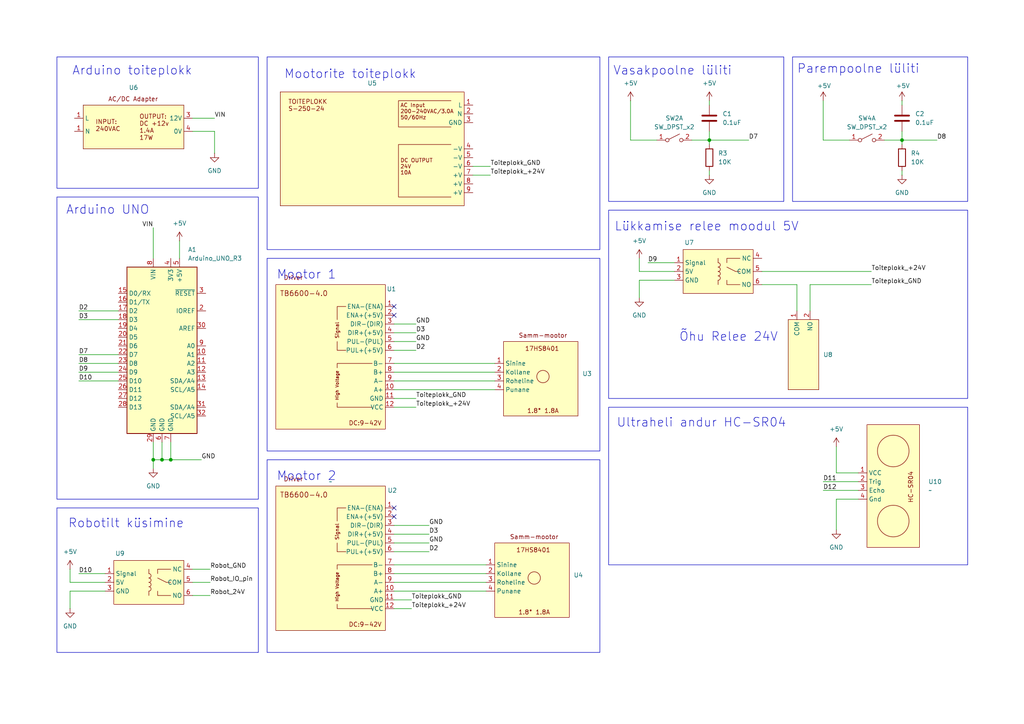
<source format=kicad_sch>
(kicad_sch (version 20250114) (generator "eeschema") (generator_version "9.0")
  (paper "A4")
  (title_block (title "Etteande skeem") (date "2025-08-11") (rev "1.1") (company "Tauno Erik") (comment 1 "TSENTER"))
  (lib_symbols
    (symbol "Device:C" (pin_numbers (hide yes)) (pin_names (offset 0.254))
      (property "Reference" "C" (at 0.635 2.54 0))
      (property "Value" "C" (at 0.635 -2.54 0))
      (symbol "C_0_1"
        (polyline (pts (xy -2.032 0.762) (xy 2.032 0.762)) (stroke (width 0.508)))
        (polyline (pts (xy -2.032 -0.762) (xy 2.032 -0.762)) (stroke (width 0.508)))
      )
      (symbol "C_1_1"
        (pin passive line (at 0 3.81 270) (length 2.794) (name "~") (number "1"))
        (pin passive line (at 0 -3.81 90) (length 2.794) (name "~") (number "2"))
      )
    )
    (symbol "Device:R" (pin_numbers (hide yes)) (pin_names (offset 0))
      (property "Reference" "R" (at 2.032 0 90))
      (property "Value" "R" (at 0 0 90))
      (symbol "R_0_1"
        (rectangle (start -1.016 -2.54) (end 1.016 2.54) (stroke (width 0.254)))
      )
      (symbol "R_1_1"
        (pin passive line (at 0 3.81 270) (length 1.27) (name "~") (number "1"))
        (pin passive line (at 0 -3.81 90) (length 1.27) (name "~") (number "2"))
      )
    )
    (symbol "Driver_TB6600_1"
      (property "Reference" "U" (at 2.286 3.302 0))
      (symbol "Driver_TB6600_1_0_1"
        (polyline (pts (xy -13.97 -6.35) (xy -13.97 -2.54) (xy -11.43 -2.54)))
        (polyline (pts (xy -13.97 -12.7) (xy -13.97 -15.24) (xy -11.43 -15.24)))
        (polyline (pts (xy -13.97 -20.32) (xy -13.97 -19.05) (xy -3.81 -19.05)))
        (polyline (pts (xy -13.97 -30.48) (xy -13.97 -31.75) (xy -3.81 -31.75)))
      )
      (symbol "Driver_TB6600_1_1_1"
        (rectangle (start -31.75 3.81) (end 0 -38.1) (fill (type background)))
        (text "Driver" (at -26.67 5.842 0) (effects (font (size 1.27 1.27))))
        (text "TB6600-4.0" (at -23.622 1.27 0) (effects (font (size 1.5 1.5))))
        (text "Signal" (at -13.97 -9.398 900) (effects (font (size 1.016 1.016))))
        (text "High Voltage" (at -13.97 -25.4 900) (effects (font (size 0.889 0.889))))
        (text "DC:9-42V" (at -5.842 -36.322 0) (effects (font (size 1.27 1.27))))
        (pin input line (at 2.54 -2.54 180) (length 2.54) (name "ENA-(ENA)") (number "1"))
        (pin input line (at 2.54 -5.08 180) (length 2.54) (name "ENA+(+5V)") (number "2"))
        (pin input line (at 2.54 -7.62 180) (length 2.54) (name "DIR-(DIR)") (number "3"))
        (pin input line (at 2.54 -10.16 180) (length 2.54) (name "DIR+(+5V)") (number "4"))
        (pin input line (at 2.54 -12.7 180) (length 2.54) (name "PUL-(PUL)") (number "5"))
        (pin input line (at 2.54 -15.24 180) (length 2.54) (name "PUL+(+5V)") (number "6"))
        (pin input line (at 2.54 -19.05 180) (length 2.54) (name "B-") (number "7"))
        (pin input line (at 2.54 -21.59 180) (length 2.54) (name "B+") (number "8"))
        (pin input line (at 2.54 -24.13 180) (length 2.54) (name "A-") (number "9"))
        (pin input line (at 2.54 -26.67 180) (length 2.54) (name "A+") (number "10"))
        (pin power_in line (at 2.54 -29.21 180) (length 2.54) (name "GND") (number "11"))
        (pin power_in line (at 2.54 -31.75 180) (length 2.54) (name "VCC") (number "12"))
      )
    )
    (symbol "MCU_Module:Arduino_UNO_R3"
      (property "Reference" "A" (at -10.16 23.495 0))
      (property "Value" "Arduino_UNO_R3" (at 5.08 -26.67 0))
      (symbol "Arduino_UNO_R3_0_1"
        (rectangle (start -10.16 22.86) (end 10.16 -25.4) (stroke (width 0.254)) (fill (type background)))
      )
      (symbol "Arduino_UNO_R3_1_1"
        (pin bidirectional line (at -12.7 15.24 0) (length 2.54) (name "D0/RX") (number "15"))
        (pin bidirectional line (at -12.7 12.7 0) (length 2.54) (name "D1/TX") (number "16"))
        (pin bidirectional line (at -12.7 10.16 0) (length 2.54) (name "D2") (number "17"))
        (pin bidirectional line (at -12.7 7.62 0) (length 2.54) (name "D3") (number "18"))
        (pin bidirectional line (at -12.7 5.08 0) (length 2.54) (name "D4") (number "19"))
        (pin bidirectional line (at -12.7 2.54 0) (length 2.54) (name "D5") (number "20"))
        (pin bidirectional line (at -12.7 0 0) (length 2.54) (name "D6") (number "21"))
        (pin bidirectional line (at -12.7 -2.54 0) (length 2.54) (name "D7") (number "22"))
        (pin bidirectional line (at -12.7 -5.08 0) (length 2.54) (name "D8") (number "23"))
        (pin bidirectional line (at -12.7 -7.62 0) (length 2.54) (name "D9") (number "24"))
        (pin bidirectional line (at -12.7 -10.16 0) (length 2.54) (name "D10") (number "25"))
        (pin bidirectional line (at -12.7 -12.7 0) (length 2.54) (name "D11") (number "26"))
        (pin bidirectional line (at -12.7 -15.24 0) (length 2.54) (name "D12") (number "27"))
        (pin bidirectional line (at -12.7 -17.78 0) (length 2.54) (name "D13") (number "28"))
        (pin no_connect line (at -10.16 -20.32 0) (length 2.54) (hide yes) (name "NC") (number "1"))
        (pin power_in line (at -2.54 25.4 270) (length 2.54) (name "VIN") (number "8"))
        (pin power_in line (at -2.54 -27.94 90) (length 2.54) (name "GND") (number "29"))
        (pin power_in line (at 0 -27.94 90) (length 2.54) (name "GND") (number "6"))
        (pin power_out line (at 2.54 25.4 270) (length 2.54) (name "3V3") (number "4"))
        (pin power_in line (at 2.54 -27.94 90) (length 2.54) (name "GND") (number "7"))
        (pin power_out line (at 5.08 25.4 270) (length 2.54) (name "+5V") (number "5"))
        (pin input line (at 12.7 15.24 180) (length 2.54) (name "~{RESET}") (number "3"))
        (pin output line (at 12.7 10.16 180) (length 2.54) (name "IOREF") (number "2"))
        (pin input line (at 12.7 5.08 180) (length 2.54) (name "AREF") (number "30"))
        (pin bidirectional line (at 12.7 0 180) (length 2.54) (name "A0") (number "9"))
        (pin bidirectional line (at 12.7 -2.54 180) (length 2.54) (name "A1") (number "10"))
        (pin bidirectional line (at 12.7 -5.08 180) (length 2.54) (name "A2") (number "11"))
        (pin bidirectional line (at 12.7 -7.62 180) (length 2.54) (name "A3") (number "12"))
        (pin bidirectional line (at 12.7 -10.16 180) (length 2.54) (name "SDA/A4") (number "13"))
        (pin bidirectional line (at 12.7 -12.7 180) (length 2.54) (name "SCL/A5") (number "14"))
        (pin bidirectional line (at 12.7 -17.78 180) (length 2.54) (name "SDA/A4") (number "31"))
        (pin bidirectional line (at 12.7 -20.32 180) (length 2.54) (name "SCL/A5") (number "32"))
      )
    )
    (symbol "Relee_Moodul_1"
      (property "Reference" "U" (at -9.398 7.112 0))
      (symbol "Relee_Moodul_1_0_1"
        (arc (start 0 2.54) (mid 0.6323 1.905) (end 0 1.27))
        (arc (start 0 1.27) (mid 0.6323 0.635) (end 0 0))
        (arc (start 0 0) (mid 0.6323 -0.635) (end 0 -1.27))
        (arc (start 0 -1.27) (mid 0.6323 -1.905) (end 0 -2.54))
        (polyline (pts (xy 0 2.54) (xy 0 3.81)))
        (polyline (pts (xy 0 -2.54) (xy 0 -3.81)))
        (polyline (pts (xy 6.35 3.81) (xy 2.54 3.81) (xy 2.54 2.54)))
        (polyline (pts (xy 6.35 0) (xy 5.08 0) (xy 2.54 1.27)))
        (polyline (pts (xy 6.35 -3.81) (xy 2.54 -3.81) (xy 2.54 -2.54)))
      )
      (symbol "Relee_Moodul_1_1_1"
        (rectangle (start -10.16 6.35) (end 10.16 -6.35) (fill (type background)))
        (pin input line (at -12.7 2.54 0) (length 2.54) (name "Signal") (number "1"))
        (pin power_in line (at -12.7 0 0) (length 2.54) (name "5V") (number "2"))
        (pin power_in line (at -12.7 -2.54 0) (length 2.54) (name "GND") (number "3"))
        (pin power_in line (at 12.7 3.81 180) (length 2.54) (name "NC") (number "4"))
        (pin power_in line (at 12.7 0 180) (length 2.54) (name "COM") (number "5"))
        (pin power_in line (at 12.7 -3.81 180) (length 2.54) (name "NO") (number "6"))
      )
    )
    (symbol "Sammu-mootor_1"
      (property "Reference" "U" (at 0 0 0))
      (symbol "Sammu-mootor_1_0_1"
        (circle (center 13.97 -7.62) (radius 1.7961))
      )
      (symbol "Sammu-mootor_1_1_1"
        (rectangle (start 2.54 2.54) (end 24.13 -19.05) (fill (type background)))
        (text "17HS8401" (at 13.716 0.508 0) (effects (font (size 1.27 1.27))))
        (text "Samm-mootor" (at 13.97 4.318 0) (effects (font (size 1.27 1.27))))
        (text "1.8° 1.8A" (at 13.97 -17.526 0) (effects (font (size 1.27 1.27))))
        (pin input line (at 0 -3.81 0) (length 2.54) (name "Sinine") (number "1"))
        (pin input line (at 0 -6.35 0) (length 2.54) (name "Kollane") (number "2"))
        (pin input line (at 0 -8.89 0) (length 2.54) (name "Roheline") (number "3"))
        (pin input line (at 0 -11.43 0) (length 2.54) (name "Punane") (number "4"))
      )
    )
    (symbol "Switch:SW_DPST_x2" (pin_names (offset 0) (hide yes))
      (property "Reference" "SW" (at 0 3.175 0))
      (property "Value" "SW_DPST_x2" (at 0 -2.54 0))
      (symbol "SW_DPST_x2_0_0"
        (circle (center -2.032 0) (radius 0.508))
        (polyline (pts (xy -1.524 0.254) (xy 1.524 1.778)))
        (circle (center 2.032 0) (radius 0.508))
      )
      (symbol "SW_DPST_x2_1_1"
        (pin passive line (at -5.08 0 0) (length 2.54) (name "A") (number "1"))
        (pin passive line (at 5.08 0 180) (length 2.54) (name "B") (number "2"))
      )
      (symbol "SW_DPST_x2_2_1"
        (pin passive line (at -5.08 0 0) (length 2.54) (name "A") (number "3"))
        (pin passive line (at 5.08 0 180) (length 2.54) (name "B") (number "4"))
      )
    )
    (symbol "Tauno_Library:Driver_TB6600"
      (property "Reference" "U" (at 2.286 3.302 0))
      (symbol "Driver_TB6600_0_1"
        (polyline (pts (xy -13.97 -6.35) (xy -13.97 -2.54) (xy -11.43 -2.54)))
        (polyline (pts (xy -13.97 -12.7) (xy -13.97 -15.24) (xy -11.43 -15.24)))
        (polyline (pts (xy -13.97 -20.32) (xy -13.97 -19.05) (xy -3.81 -19.05)))
        (polyline (pts (xy -13.97 -30.48) (xy -13.97 -31.75) (xy -3.81 -31.75)))
      )
      (symbol "Driver_TB6600_1_1"
        (rectangle (start -31.75 3.81) (end 0 -38.1) (fill (type background)))
        (text "Driver" (at -26.67 5.842 0) (effects (font (size 1.27 1.27))))
        (text "TB6600-4.0" (at -23.622 1.27 0) (effects (font (size 1.5 1.5))))
        (text "Signal" (at -13.97 -9.398 900) (effects (font (size 1.016 1.016))))
        (text "High Voltage" (at -13.97 -25.4 900) (effects (font (size 0.889 0.889))))
        (text "DC:9-42V" (at -5.842 -36.322 0) (effects (font (size 1.27 1.27))))
        (pin input line (at 2.54 -2.54 180) (length 2.54) (name "ENA-(ENA)") (number "1"))
        (pin input line (at 2.54 -5.08 180) (length 2.54) (name "ENA+(+5V)") (number "2"))
        (pin input line (at 2.54 -7.62 180) (length 2.54) (name "DIR-(DIR)") (number "3"))
        (pin input line (at 2.54 -10.16 180) (length 2.54) (name "DIR+(+5V)") (number "4"))
        (pin input line (at 2.54 -12.7 180) (length 2.54) (name "PUL-(PUL)") (number "5"))
        (pin input line (at 2.54 -15.24 180) (length 2.54) (name "PUL+(+5V)") (number "6"))
        (pin input line (at 2.54 -19.05 180) (length 2.54) (name "B-") (number "7"))
        (pin input line (at 2.54 -21.59 180) (length 2.54) (name "B+") (number "8"))
        (pin input line (at 2.54 -24.13 180) (length 2.54) (name "A-") (number "9"))
        (pin input line (at 2.54 -26.67 180) (length 2.54) (name "A+") (number "10"))
        (pin power_in line (at 2.54 -29.21 180) (length 2.54) (name "GND") (number "11"))
        (pin power_in line (at 2.54 -31.75 180) (length 2.54) (name "VCC") (number "12"))
      )
    )
    (symbol "Tauno_Library:HC-SR04"
      (property "Reference" "U" (at -8.382 3.81 0))
      (symbol "HC-SR04_1_1"
        (rectangle (start 0 8.89) (end 15.24 -26.67) (fill (type background)))
        (circle (center 7.62 1.27) (radius 4.5791))
        (circle (center 7.62 -19.05) (radius 4.5791))
        (text "HC-SR04" (at 12.7 -9.144 900) (effects (font (size 1.27 1.27))))
        (pin power_in line (at -2.54 -5.08 0) (length 2.54) (name "VCC") (number "1"))
        (pin input line (at -2.54 -7.62 0) (length 2.54) (name "Trig") (number "2"))
        (pin output line (at -2.54 -10.16 0) (length 2.54) (name "Echo") (number "3"))
        (pin power_in line (at -2.54 -12.7 0) (length 2.54) (name "Gnd") (number "4"))
      )
    )
    (symbol "Tauno_Library:Relee_Moodul"
      (property "Reference" "U" (at -9.398 7.112 0))
      (symbol "Relee_Moodul_0_1"
        (arc (start 0 2.54) (mid 0.6323 1.905) (end 0 1.27))
        (arc (start 0 1.27) (mid 0.6323 0.635) (end 0 0))
        (arc (start 0 0) (mid 0.6323 -0.635) (end 0 -1.27))
        (arc (start 0 -1.27) (mid 0.6323 -1.905) (end 0 -2.54))
        (polyline (pts (xy 0 2.54) (xy 0 3.81)))
        (polyline (pts (xy 0 -2.54) (xy 0 -3.81)))
        (polyline (pts (xy 6.35 3.81) (xy 2.54 3.81) (xy 2.54 2.54)))
        (polyline (pts (xy 6.35 0) (xy 5.08 0) (xy 2.54 1.27)))
        (polyline (pts (xy 6.35 -3.81) (xy 2.54 -3.81) (xy 2.54 -2.54)))
      )
      (symbol "Relee_Moodul_1_1"
        (rectangle (start -10.16 6.35) (end 10.16 -6.35) (fill (type background)))
        (pin input line (at -12.7 2.54 0) (length 2.54) (name "Signal") (number "1"))
        (pin power_in line (at -12.7 0 0) (length 2.54) (name "5V") (number "2"))
        (pin power_in line (at -12.7 -2.54 0) (length 2.54) (name "GND") (number "3"))
        (pin power_in line (at 12.7 3.81 180) (length 2.54) (name "NC") (number "4"))
        (pin power_in line (at 12.7 0 180) (length 2.54) (name "COM") (number "5"))
        (pin power_in line (at 12.7 -3.81 180) (length 2.54) (name "NO") (number "6"))
      )
    )
    (symbol "Tauno_Library:Relee_Õhu"
      (property "Reference" "U" (at 0 0 0))
      (symbol "Relee_Õhu_1_1"
        (rectangle (start -20.32 0) (end 0 -8.89) (fill (type background)))
        (pin power_in line (at 2.54 -2.54 180) (length 2.54) (name "COM") (number "1"))
        (pin power_in line (at 2.54 -6.35 180) (length 2.54) (name "NO") (number "2"))
      )
    )
    (symbol "Tauno_Library:Sammu-mootor"
      (property "Reference" "U" (at 0 0 0))
      (symbol "Sammu-mootor_0_1"
        (circle (center 13.97 -7.62) (radius 1.7961))
      )
      (symbol "Sammu-mootor_1_1"
        (rectangle (start 2.54 2.54) (end 24.13 -19.05) (fill (type background)))
        (text "17HS8401" (at 13.716 0.508 0) (effects (font (size 1.27 1.27))))
        (text "Samm-mootor" (at 13.97 4.318 0) (effects (font (size 1.27 1.27))))
        (text "1.8° 1.8A" (at 13.97 -17.526 0) (effects (font (size 1.27 1.27))))
        (pin input line (at 0 -3.81 0) (length 2.54) (name "Sinine") (number "1"))
        (pin input line (at 0 -6.35 0) (length 2.54) (name "Kollane") (number "2"))
        (pin input line (at 0 -8.89 0) (length 2.54) (name "Roheline") (number "3"))
        (pin input line (at 0 -11.43 0) (length 2.54) (name "Punane") (number "4"))
      )
    )
    (symbol "Tauno_Library:Toiteplokk"
      (property "Reference" "U" (at -3.048 1.27 0))
      (symbol "Toiteplokk_0_1"
        (polyline (pts (xy -3.81 -2.54) (xy -19.05 -2.54) (xy -19.05 -10.16) (xy -3.81 -10.16)))
        (polyline (pts (xy -3.81 -15.24) (xy -19.05 -15.24) (xy -19.05 -30.48) (xy -3.81 -30.48)))
      )
      (symbol "Toiteplokk_1_1"
        (rectangle (start -53.34 0) (end 0 -33.02) (fill (type background)))
        (text "TOITEPLOKK\nS-250-24" (at -51.054 -3.81 0) (effects (font (size 1.27 1.27)) (justify left)))
        (text "AC Input\n200-240VAC/3.0A\n50/60Hz" (at -18.542 -5.588 0) (effects (font (size 1.1 1.1)) (justify left)))
        (text "DC OUTPUT\n24V\n10A" (at -18.542 -21.59 0) (effects (font (size 1.1 1.1)) (justify left)))
        (pin power_in line (at 2.54 -3.81 180) (length 2.54) (name "L") (number "1"))
        (pin power_in line (at 2.54 -6.35 180) (length 2.54) (name "N") (number "2"))
        (pin power_in line (at 2.54 -8.89 180) (length 2.54) (name "GND") (number "3"))
        (pin power_out line (at 2.54 -16.51 180) (length 2.54) (name "-V") (number "4"))
        (pin power_out line (at 2.54 -19.05 180) (length 2.54) (name "-V") (number "5"))
        (pin power_out line (at 2.54 -21.59 180) (length 2.54) (name "-V") (number "6"))
        (pin power_out line (at 2.54 -24.13 180) (length 2.54) (name "+V") (number "7"))
        (pin power_out line (at 2.54 -26.67 180) (length 2.54) (name "+V") (number "8"))
        (pin power_out line (at 2.54 -29.21 180) (length 2.54) (name "+V") (number "9"))
      )
    )
    (symbol "Tauno_Library:Toiteplokk_12v"
      (property "Reference" "U" (at 16.51 0.254 0))
      (symbol "Toiteplokk_12v_1_1"
        (rectangle (start -10.16 -1.27) (end 19.05 -13.97) (fill (type background)))
        (text "INPUT:\n240VAC" (at -6.604 -7.112 0) (effects (font (size 1.27 1.27)) (justify left)))
        (text "AC/DC Adapter" (at 4.318 0.508 0) (effects (font (size 1.27 1.27))))
        (text "OUTPUT:\nDC +12v\n1.4A\n17W" (at 6.096 -7.62 0) (effects (font (size 1.27 1.27)) (justify left)))
        (pin power_in line (at -12.7 -5.08 0) (length 2.54) (name "L") (number "1"))
        (pin power_in line (at -12.7 -8.89 0) (length 2.54) (name "N") (number "1"))
        (pin output line (at 21.59 -5.08 180) (length 2.54) (name "12V") (number "3"))
        (pin output line (at 21.59 -8.89 180) (length 2.54) (name "0V") (number "4"))
      )
    )
    (symbol "power:+5V" (power) (pin_numbers (hide yes)) (pin_names (offset 0) (hide yes))
      (property "Value" "+5V" (at 0 3.556 0))
      (symbol "+5V_0_1"
        (polyline (pts (xy -0.762 1.27) (xy 0 2.54)))
        (polyline (pts (xy 0 2.54) (xy 0.762 1.27)))
        (polyline (pts (xy 0 0) (xy 0 2.54)))
      )
      (symbol "+5V_1_1"
        (pin power_in line (at 0 0 90) (length 0) (name "~") (number "1"))
      )
    )
    (symbol "power:GND" (power) (pin_numbers (hide yes)) (pin_names (offset 0) (hide yes))
      (property "Value" "GND" (at 0 -3.81 0))
      (symbol "GND_0_1"
        (polyline (pts (xy 0 0) (xy 0 -1.27) (xy 1.27 -1.27) (xy 0 -2.54) (xy -1.27 -1.27) (xy 0 -1.27)))
      )
      (symbol "GND_1_1"
        (pin power_in line (at 0 0 270) (length 0) (name "~") (number "1"))
      )
    )
  )
  (rectangle (start 229.87 16.51) (end 280.67 58.42))
  (rectangle (start 176.53 118.11) (end 280.67 163.83))
  (rectangle (start 77.47 74.93) (end 173.99 130.81))
  (rectangle (start 16.51 16.51) (end 74.93 54.61))
  (rectangle (start 16.51 57.15) (end 74.93 144.78))
  (rectangle (start 176.53 16.51) (end 227.33 58.42))
  (rectangle (start 176.53 60.96) (end 280.67 115.57))
  (rectangle (start 16.51 147.32) (end 74.93 189.23))
  (rectangle (start 77.47 133.35) (end 173.99 189.23))
  (rectangle (start 77.47 16.51) (end 173.99 72.39))
  (text "Õhu Relee 24V" (at 211.328 97.79 0) (effects (font (size 2.54 2.54))))
  (text "Parempoolne lüliti" (at 231.14 20.066 0) (effects (font (size 2.54 2.54)) (justify left)))
  (text "Lükkamise relee moodul 5V" (at 204.978 65.786 0) (effects (font (size 2.54 2.54))))
  (text "Mootorite toiteplokk" (at 101.6 21.59 0) (effects (font (size 2.54 2.54))))
  (text "Arduino toiteplokk" (at 38.354 20.574 0) (effects (font (size 2.54 2.54))))
  (text "Arduino UNO" (at 31.242 60.96 0) (effects (font (size 2.54 2.54))))
  (text "Mootor 1" (at 88.9 79.756 0) (effects (font (size 2.54 2.54))))
  (text "Vasakpoolne lüliti" (at 177.8 20.574 0) (effects (font (size 2.54 2.54)) (justify left)))
  (text "Ultraheli andur HC-SR04" (at 203.454 122.682 0) (effects (font (size 2.54 2.54))))
  (text "Robotilt küsimine" (at 36.576 151.892 0) (effects (font (size 2.54 2.54))))
  (text "Mootor 2" (at 88.9 138.176 0) (effects (font (size 2.54 2.54))))
  (junction (at 261.62 40.64))
  (junction (at 46.99 133.35))
  (junction (at 205.74 40.64))
  (junction (at 44.45 133.35))
  (junction (at 49.53 133.35))
  (no_connect (at 114.3 88.9))
  (no_connect (at 114.3 91.44))
  (no_connect (at 114.3 147.32))
  (no_connect (at 114.3 149.86))
  (wire (pts (xy 220.98 78.74) (xy 252.73 78.74)))
  (wire (pts (xy 114.3 171.45) (xy 140.97 171.45)))
  (wire (pts (xy 22.86 107.95) (xy 34.29 107.95)))
  (wire (pts (xy 114.3 113.03) (xy 143.51 113.03)))
  (wire (pts (xy 44.45 133.35) (xy 44.45 135.89)))
  (wire (pts (xy 114.3 152.4) (xy 124.46 152.4)))
  (wire (pts (xy 55.88 34.29) (xy 62.23 34.29)))
  (wire (pts (xy 114.3 118.11) (xy 120.65 118.11)))
  (wire (pts (xy 20.32 165.1) (xy 20.32 168.91)))
  (wire (pts (xy 55.88 165.1) (xy 60.96 165.1)))
  (wire (pts (xy 205.74 40.64) (xy 217.17 40.64)))
  (wire (pts (xy 49.53 128.27) (xy 49.53 133.35)))
  (wire (pts (xy 231.14 82.55) (xy 231.14 90.17)))
  (wire (pts (xy 114.3 163.83) (xy 140.97 163.83)))
  (wire (pts (xy 114.3 154.94) (xy 124.46 154.94)))
  (wire (pts (xy 114.3 101.6) (xy 120.65 101.6)))
  (wire (pts (xy 22.86 110.49) (xy 34.29 110.49)))
  (wire (pts (xy 22.86 166.37) (xy 30.48 166.37)))
  (wire (pts (xy 205.74 49.53) (xy 205.74 50.8)))
  (wire (pts (xy 205.74 29.21) (xy 205.74 30.48)))
  (wire (pts (xy 242.57 137.16) (xy 248.92 137.16)))
  (wire (pts (xy 137.16 48.26) (xy 142.24 48.26)))
  (wire (pts (xy 22.86 105.41) (xy 34.29 105.41)))
  (wire (pts (xy 30.48 171.45) (xy 20.32 171.45)))
  (wire (pts (xy 205.74 40.64) (xy 205.74 41.91)))
  (wire (pts (xy 114.3 160.02) (xy 124.46 160.02)))
  (wire (pts (xy 137.16 50.8) (xy 142.24 50.8)))
  (wire (pts (xy 22.86 102.87) (xy 34.29 102.87)))
  (wire (pts (xy 261.62 49.53) (xy 261.62 50.8)))
  (wire (pts (xy 114.3 99.06) (xy 120.65 99.06)))
  (wire (pts (xy 114.3 176.53) (xy 119.38 176.53)))
  (wire (pts (xy 114.3 105.41) (xy 143.51 105.41)))
  (wire (pts (xy 114.3 157.48) (xy 124.46 157.48)))
  (wire (pts (xy 242.57 129.54) (xy 242.57 137.16)))
  (wire (pts (xy 256.54 40.64) (xy 261.62 40.64)))
  (wire (pts (xy 114.3 166.37) (xy 140.97 166.37)))
  (wire (pts (xy 190.5 40.64) (xy 182.88 40.64)))
  (wire (pts (xy 242.57 144.78) (xy 242.57 153.67)))
  (wire (pts (xy 261.62 29.21) (xy 261.62 30.48)))
  (wire (pts (xy 22.86 90.17) (xy 34.29 90.17)))
  (wire (pts (xy 55.88 172.72) (xy 60.96 172.72)))
  (wire (pts (xy 114.3 110.49) (xy 143.51 110.49)))
  (wire (pts (xy 234.95 82.55) (xy 234.95 90.17)))
  (wire (pts (xy 246.38 40.64) (xy 238.76 40.64)))
  (wire (pts (xy 187.96 76.2) (xy 195.58 76.2)))
  (wire (pts (xy 114.3 96.52) (xy 120.65 96.52)))
  (wire (pts (xy 261.62 40.64) (xy 271.78 40.64)))
  (wire (pts (xy 200.66 40.64) (xy 205.74 40.64)))
  (wire (pts (xy 20.32 168.91) (xy 30.48 168.91)))
  (wire (pts (xy 58.42 133.35) (xy 49.53 133.35)))
  (wire (pts (xy 261.62 38.1) (xy 261.62 40.64)))
  (wire (pts (xy 52.07 69.85) (xy 52.07 74.93)))
  (wire (pts (xy 185.42 74.93) (xy 185.42 78.74)))
  (wire (pts (xy 195.58 81.28) (xy 185.42 81.28)))
  (wire (pts (xy 49.53 133.35) (xy 46.99 133.35)))
  (wire (pts (xy 44.45 66.04) (xy 44.45 74.93)))
  (wire (pts (xy 22.86 92.71) (xy 34.29 92.71)))
  (wire (pts (xy 55.88 168.91) (xy 60.96 168.91)))
  (wire (pts (xy 182.88 40.64) (xy 182.88 29.21)))
  (wire (pts (xy 220.98 82.55) (xy 231.14 82.55)))
  (wire (pts (xy 20.32 171.45) (xy 20.32 176.53)))
  (wire (pts (xy 114.3 93.98) (xy 120.65 93.98)))
  (wire (pts (xy 62.23 38.1) (xy 62.23 44.45)))
  (wire (pts (xy 55.88 38.1) (xy 62.23 38.1)))
  (wire (pts (xy 44.45 128.27) (xy 44.45 133.35)))
  (wire (pts (xy 44.45 133.35) (xy 46.99 133.35)))
  (wire (pts (xy 261.62 40.64) (xy 261.62 41.91)))
  (wire (pts (xy 114.3 173.99) (xy 119.38 173.99)))
  (wire (pts (xy 46.99 133.35) (xy 46.99 128.27)))
  (wire (pts (xy 238.76 40.64) (xy 238.76 29.21)))
  (wire (pts (xy 114.3 168.91) (xy 140.97 168.91)))
  (wire (pts (xy 114.3 115.57) (xy 120.65 115.57)))
  (wire (pts (xy 185.42 81.28) (xy 185.42 86.36)))
  (wire (pts (xy 185.42 78.74) (xy 195.58 78.74)))
  (wire (pts (xy 238.76 142.24) (xy 248.92 142.24)))
  (wire (pts (xy 205.74 38.1) (xy 205.74 40.64)))
  (wire (pts (xy 252.73 82.55) (xy 234.95 82.55)))
  (wire (pts (xy 238.76 139.7) (xy 248.92 139.7)))
  (wire (pts (xy 248.92 144.78) (xy 242.57 144.78)))
  (wire (pts (xy 114.3 107.95) (xy 143.51 107.95)))
  (label "D2" (at 22.86 90.17 0))
  (label "Toiteplokk_GND" (at 119.38 173.99 0))
  (label "Toiteplokk_+24V" (at 119.38 176.53 0))
  (label "Toiteplokk_+24V" (at 252.73 78.74 0))
  (label "D8" (at 22.86 105.41 0))
  (label "D9" (at 187.96 76.2 0))
  (label "D10" (at 22.86 166.37 0))
  (label "Robot_GND" (at 60.96 165.1 0))
  (label "D12" (at 238.76 142.24 0))
  (label "Toiteplokk_+24V" (at 142.24 50.8 0))
  (label "D10" (at 22.86 110.49 0))
  (label "D11" (at 238.76 139.7 0))
  (label "Robot_24V" (at 60.96 172.72 0))
  (label "VIN" (at 44.45 66.04 180))
  (label "Toiteplokk_GND" (at 252.73 82.55 0))
  (label "GND" (at 124.46 157.48 0))
  (label "Toiteplokk_+24V" (at 120.65 118.11 0))
  (label "D3" (at 22.86 92.71 0))
  (label "D2" (at 124.46 160.02 0))
  (label "GND" (at 120.65 99.06 0))
  (label "D2" (at 120.65 101.6 0))
  (label "D9" (at 22.86 107.95 0))
  (label "D7" (at 22.86 102.87 0))
  (label "Robot_IO_pin" (at 60.96 168.91 0))
  (label "D3" (at 120.65 96.52 0))
  (label "Toiteplokk_GND" (at 142.24 48.26 0))
  (label "Toiteplokk_GND" (at 120.65 115.57 0))
  (label "D7" (at 217.17 40.64 0))
  (label "D8" (at 271.78 40.64 0))
  (label "VIN" (at 62.23 34.29 0))
  (label "GND" (at 120.65 93.98 0))
  (label "GND" (at 124.46 152.4 0))
  (label "GND" (at 58.42 133.35 0))
  (label "D3" (at 124.46 154.94 0))
  (symbol (lib_id "Tauno_Library:HC-SR04") (at 251.46 132.08 0) (unit 1)
    (property "Reference" "U10" (at 269.24 139.6999 0) (effects (justify left)))
    (property "Value" "~" (at 269.24 142.2399 0) (effects (justify left)))
  )
  (symbol (lib_id "power:GND") (at 62.23 44.45 0) (unit 1)
    (property "Reference" "#PWR012" (effects (hide yes)))
    (property "Value" "GND" (at 62.23 49.53 0))
    (property "Description" "Power symbol creates a global label with name \"GND\" , ground" (effects (hide yes)))
  )
  (symbol (lib_id "power:+5V") (at 20.32 165.1 0) (unit 1)
    (property "Reference" "#PWR01" (effects (hide yes)))
    (property "Value" "+5V" (at 20.32 160.02 0))
    (property "Description" "Power symbol creates a global label with name \"+5V\"" (effects (hide yes)))
  )
  (symbol (lib_id "power:GND") (at 20.32 176.53 0) (unit 1)
    (property "Reference" "#PWR02" (effects (hide yes)))
    (property "Value" "GND" (at 20.32 181.61 0))
    (property "Description" "Power symbol creates a global label with name \"GND\" , ground" (effects (hide yes)))
  )
  (symbol (lib_id "power:GND") (at 44.45 135.89 0) (unit 1)
    (property "Reference" "#PWR03" (effects (hide yes)))
    (property "Value" "GND" (at 44.45 140.97 0))
    (property "Description" "Power symbol creates a global label with name \"GND\" , ground" (effects (hide yes)))
  )
  (symbol (lib_id "Device:C") (at 261.62 34.29 0) (unit 1)
    (property "Reference" "C2" (at 265.43 33.0199 0) (effects (justify left)))
    (property "Value" "0.1uF" (at 265.43 35.5599 0) (effects (justify left)))
    (property "Description" "Unpolarized capacitor" (effects (hide yes)))
  )
  (symbol (lib_id "power:GND") (at 185.42 86.36 0) (unit 1)
    (property "Reference" "#PWR014" (effects (hide yes)))
    (property "Value" "GND" (at 185.42 91.44 0))
    (property "Description" "Power symbol creates a global label with name \"GND\" , ground" (effects (hide yes)))
  )
  (symbol (lib_id "Tauno_Library:Relee_Moodul") (at 208.28 78.74 0) (unit 1)
    (property "Reference" "U7" (at 199.898 70.358 0))
  )
  (symbol (lib_id "power:GND") (at 205.74 50.8 0) (unit 1)
    (property "Reference" "#PWR04" (effects (hide yes)))
    (property "Value" "GND" (at 205.74 55.88 0))
    (property "Description" "Power symbol creates a global label with name \"GND\" , ground" (effects (hide yes)))
  )
  (symbol (lib_id "Tauno_Library:Toiteplokk_12v") (at 34.29 29.21 0) (unit 1)
    (property "Reference" "U6" (at 38.735 25.4 0))
  )
  (symbol (lib_name "Relee_Moodul_1") (lib_id "Tauno_Library:Relee_Moodul") (at 43.18 168.91 0) (unit 1)
    (property "Reference" "U9" (at 34.798 160.528 0))
  )
  (symbol (lib_id "power:+5V") (at 182.88 29.21 0) (unit 1)
    (property "Reference" "#PWR05" (effects (hide yes)))
    (property "Value" "+5V" (at 182.88 24.13 0))
    (property "Description" "Power symbol creates a global label with name \"+5V\"" (effects (hide yes)))
  )
  (symbol (lib_id "power:+5V") (at 52.07 69.85 0) (unit 1)
    (property "Reference" "#PWR010" (effects (hide yes)))
    (property "Value" "+5V" (at 52.07 64.77 0))
    (property "Description" "Power symbol creates a global label with name \"+5V\"" (effects (hide yes)))
  )
  (symbol (lib_id "power:+5V") (at 261.62 29.21 0) (unit 1)
    (property "Reference" "#PWR09" (effects (hide yes)))
    (property "Value" "+5V" (at 261.874 24.892 0))
    (property "Description" "Power symbol creates a global label with name \"+5V\"" (effects (hide yes)))
  )
  (symbol (lib_id "Tauno_Library:Toiteplokk") (at 134.62 26.67 0) (unit 1)
    (property "Reference" "U5" (at 107.95 24.13 0))
  )
  (symbol (lib_id "Switch:SW_DPST_x2") (at 195.58 40.64 0) (unit 1)
    (property "Reference" "SW2" (at 195.58 34.29 0))
    (property "Value" "SW_DPST_x2" (at 195.58 36.83 0))
    (property "Description" "Single Pole Single Throw (SPST) switch, separate symbol" (effects (hide yes)))
  )
  (symbol (lib_id "Device:R") (at 205.74 45.72 0) (unit 1)
    (property "Reference" "R3" (at 208.28 44.4499 0) (effects (justify left)))
    (property "Value" "10K" (at 208.28 46.9899 0) (effects (justify left)))
    (property "Description" "Resistor" (effects (hide yes)))
  )
  (symbol (lib_id "Device:R") (at 261.62 45.72 0) (unit 1)
    (property "Reference" "R4" (at 264.16 44.4499 0) (effects (justify left)))
    (property "Value" "10K" (at 264.16 46.9899 0) (effects (justify left)))
    (property "Description" "Resistor" (effects (hide yes)))
  )
  (symbol (lib_id "Device:C") (at 205.74 34.29 0) (unit 1)
    (property "Reference" "C1" (at 209.55 33.0199 0) (effects (justify left)))
    (property "Value" "0.1uF" (at 209.55 35.5599 0) (effects (justify left)))
    (property "Description" "Unpolarized capacitor" (effects (hide yes)))
  )
  (symbol (lib_id "power:+5V") (at 185.42 74.93 0) (unit 1)
    (property "Reference" "#PWR013" (effects (hide yes)))
    (property "Value" "+5V" (at 185.42 69.85 0))
    (property "Description" "Power symbol creates a global label with name \"+5V\"" (effects (hide yes)))
  )
  (symbol (lib_id "power:GND") (at 261.62 50.8 0) (unit 1)
    (property "Reference" "#PWR07" (effects (hide yes)))
    (property "Value" "GND" (at 261.62 55.88 0))
    (property "Description" "Power symbol creates a global label with name \"GND\" , ground" (effects (hide yes)))
  )
  (symbol (lib_id "Tauno_Library:Driver_TB6600") (at 111.76 144.78 0) (unit 1)
    (property "Reference" "U2" (at 113.792 142.24 0))
    (property "Value" "~" (at 95.885 139.7 0))
  )
  (symbol (lib_id "power:+5V") (at 205.74 29.21 0) (unit 1)
    (property "Reference" "#PWR08" (effects (hide yes)))
    (property "Value" "+5V" (at 205.74 24.13 0))
    (property "Description" "Power symbol creates a global label with name \"+5V\"" (effects (hide yes)))
  )
  (symbol (lib_id "Switch:SW_DPST_x2") (at 251.46 40.64 0) (unit 1)
    (property "Reference" "SW4" (at 251.46 34.29 0))
    (property "Value" "SW_DPST_x2" (at 251.46 36.83 0))
    (property "Description" "Single Pole Single Throw (SPST) switch, separate symbol" (effects (hide yes)))
  )
  (symbol (lib_id "MCU_Module:Arduino_UNO_R3") (at 46.99 100.33 0) (unit 1)
    (property "Reference" "A1" (at 54.4989 72.39 0) (effects (justify left)))
    (property "Value" "Arduino_UNO_R3" (at 54.4989 74.93 0) (effects (justify left)))
    (property "Footprint" "Module:Arduino_UNO_R3" (effects (hide yes)))
    (property "Datasheet" "https://www.arduino.cc/en/Main/arduinoBoardUno" (effects (hide yes)))
    (property "Description" "Arduino UNO Microcontroller Module, release 3" (effects (hide yes)))
  )
  (symbol (lib_id "Tauno_Library:Sammu-mootor") (at 140.97 160.02 0) (unit 1)
    (property "Reference" "U4" (at 166.37 166.8065 0) (effects (justify left)))
  )
  (symbol (lib_id "power:+5V") (at 242.57 129.54 0) (unit 1)
    (property "Reference" "#PWR011" (effects (hide yes)))
    (property "Value" "+5V" (at 242.57 124.46 0))
    (property "Description" "Power symbol creates a global label with name \"+5V\"" (effects (hide yes)))
  )
  (symbol (lib_name "Sammu-mootor_1") (lib_id "Tauno_Library:Sammu-mootor") (at 143.51 101.6 0) (unit 1)
    (property "Reference" "U3" (at 168.91 108.3865 0) (effects (justify left)))
  )
  (symbol (lib_name "Driver_TB6600_1") (lib_id "Tauno_Library:Driver_TB6600") (at 111.76 86.36 0) (unit 1)
    (property "Reference" "U1" (at 113.538 83.82 0))
  )
  (symbol (lib_id "power:GND") (at 242.57 153.67 0) (unit 1)
    (property "Reference" "#PWR015" (effects (hide yes)))
    (property "Value" "GND" (at 242.57 158.75 0))
    (property "Description" "Power symbol creates a global label with name \"GND\" , ground" (effects (hide yes)))
  )
  (symbol (lib_id "Tauno_Library:Relee_Õhu") (at 228.6 92.71 90) (unit 1)
    (property "Reference" "U8" (at 238.76 102.8699 90) (effects (justify right)))
  )
  (symbol (lib_id "power:+5V") (at 238.76 29.21 0) (unit 1)
    (property "Reference" "#PWR06" (effects (hide yes)))
    (property "Value" "+5V" (at 239.014 24.892 0))
    (property "Description" "Power symbol creates a global label with name \"+5V\"" (effects (hide yes)))
  )
)
</source>
